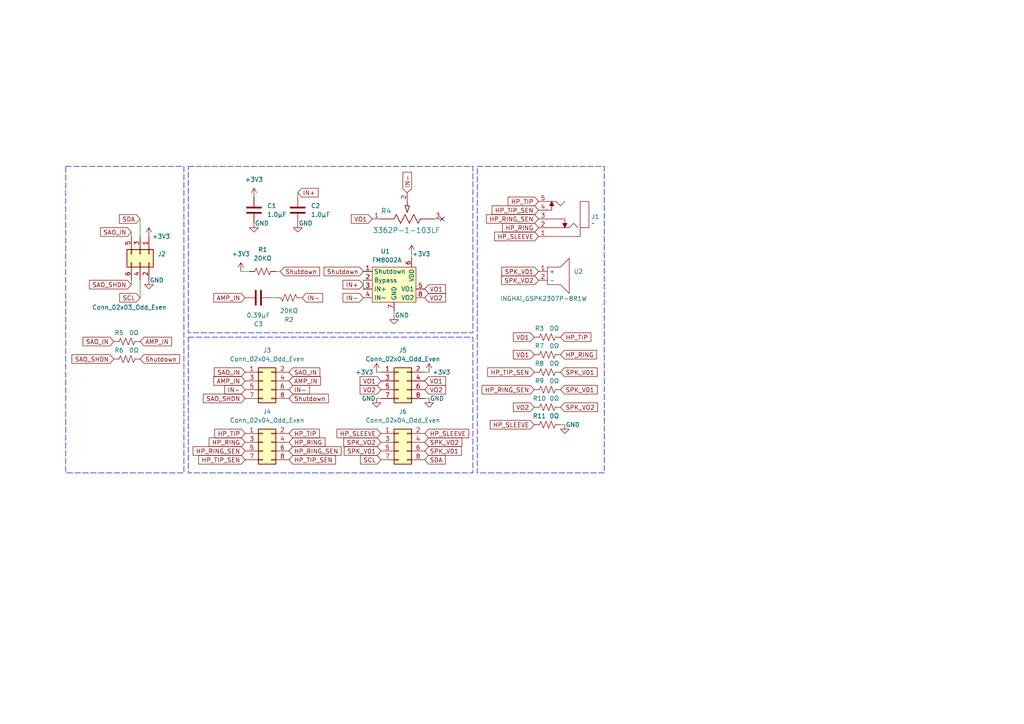
<source format=kicad_sch>
(kicad_sch (version 20231120) (generator "eeschema") (generator_version "8.0")
  (paper "A4")
  (lib_symbols
    (symbol "Swadge_Parts:+3V3" (power) (pin_names (offset 0))
      (property "Value" "+3V3" (at 0 3.556 0))
      (symbol "+3V3_0_1"
        (polyline (pts (xy -0.762 1.27) (xy 0 2.54)))
        (polyline (pts (xy 0 0) (xy 0 2.54)))
        (polyline (pts (xy 0 2.54) (xy 0.762 1.27)))
      )
      (symbol "+3V3_1_1"
        (pin power_in line (at 0 0 90) (length 0) hide (name "+3V3") (number "1"))
      )
    )
    (symbol "Swadge_Parts:3362P-1-103LF" (pin_names (offset 0.254))
      (property "Reference" "R" (at 10.795 -3.175 0))
      (property "Value" "3362P-1-103LF" (at 10.795 -6.35 0))
      (symbol "3362P-1-103LF_1_1"
        (polyline (pts (xy 2.54 0) (xy 6.35 0)) (stroke (width 0.2032)))
        (polyline (pts (xy 6.35 0) (xy 6.985 1.27)) (stroke (width 0.2032)))
        (polyline (pts (xy 6.985 1.27) (xy 8.255 -1.27)) (stroke (width 0.2032)))
        (polyline (pts (xy 8.255 -1.27) (xy 9.525 1.27)) (stroke (width 0.2032)))
        (polyline (pts (xy 9.525 1.27) (xy 10.795 -1.27)) (stroke (width 0.2032)))
        (polyline (pts (xy 9.525 3.81) (xy 10.16 1.905)) (stroke (width 0.2032)))
        (polyline (pts (xy 9.525 3.81) (xy 10.795 3.81)) (stroke (width 0.2032)))
        (polyline (pts (xy 10.16 3.81) (xy 10.16 5.08)) (stroke (width 0.2032)))
        (polyline (pts (xy 10.795 -1.27) (xy 12.065 1.27)) (stroke (width 0.2032)))
        (polyline (pts (xy 10.795 3.81) (xy 10.16 1.905)) (stroke (width 0.2032)))
        (polyline (pts (xy 12.065 1.27) (xy 13.335 -1.27)) (stroke (width 0.2032)))
        (polyline (pts (xy 13.335 -1.27) (xy 13.97 0)) (stroke (width 0.2032)))
        (polyline (pts (xy 13.97 0) (xy 17.78 0)) (stroke (width 0.2032)))
        (pin input line (at 0 0 0) (length 2.54) (name "") (number "1"))
        (pin input line (at 10.16 7.62 270) (length 2.54) (name "") (number "2"))
        (pin input line (at 20.32 0 180) (length 2.54) (name "") (number "3"))
      )
      (symbol "3362P-1-103LF_1_2"
        (polyline (pts (xy -3.81 -10.795) (xy -3.81 -9.525)) (stroke (width 0.2032)))
        (polyline (pts (xy -3.81 -10.795) (xy -1.905 -10.16)) (stroke (width 0.2032)))
        (polyline (pts (xy -3.81 -10.16) (xy -5.08 -10.16)) (stroke (width 0.2032)))
        (polyline (pts (xy -3.81 -9.525) (xy -1.905 -10.16)) (stroke (width 0.2032)))
        (polyline (pts (xy -1.27 -13.335) (xy 1.27 -12.065)) (stroke (width 0.2032)))
        (polyline (pts (xy -1.27 -10.795) (xy 1.27 -9.525)) (stroke (width 0.2032)))
        (polyline (pts (xy -1.27 -8.255) (xy 1.27 -6.985)) (stroke (width 0.2032)))
        (polyline (pts (xy 0 -17.78) (xy 0 -13.97)) (stroke (width 0.2032)))
        (polyline (pts (xy 0 -13.97) (xy -1.27 -13.335)) (stroke (width 0.2032)))
        (polyline (pts (xy 0 -6.35) (xy 0 -2.54)) (stroke (width 0.2032)))
        (polyline (pts (xy 1.27 -12.065) (xy -1.27 -10.795)) (stroke (width 0.2032)))
        (polyline (pts (xy 1.27 -9.525) (xy -1.27 -8.255)) (stroke (width 0.2032)))
        (polyline (pts (xy 1.27 -6.985) (xy 0 -6.35)) (stroke (width 0.2032)))
        (pin unspecified line (at 0 0 270) (length 2.54) (name "1") (number "1"))
        (pin unspecified line (at -7.62 -10.16 0) (length 2.54) (name "2") (number "2"))
        (pin unspecified line (at 0 -20.32 90) (length 2.54) (name "3") (number "3"))
      )
    )
    (symbol "Swadge_Parts:C" (pin_numbers hide) (pin_names (offset 0.254))
      (property "Reference" "C" (at 0.635 2.54 0))
      (property "Value" "C" (at 0.635 -2.54 0))
      (symbol "C_0_1"
        (polyline (pts (xy -2.032 -0.762) (xy 2.032 -0.762)) (stroke (width 0.508)))
        (polyline (pts (xy -2.032 0.762) (xy 2.032 0.762)) (stroke (width 0.508)))
      )
      (symbol "C_1_1"
        (pin passive line (at 0 3.81 270) (length 2.794) (name "~") (number "1"))
        (pin passive line (at 0 -3.81 90) (length 2.794) (name "~") (number "2"))
      )
    )
    (symbol "Swadge_Parts:Conn_02x03_Odd_Even" (pin_names (offset 1.016) hide)
      (property "Reference" "J" (at 1.27 5.08 0))
      (property "Value" "Conn_02x03_Odd_Even" (at 1.27 -5.08 0))
      (symbol "Conn_02x03_Odd_Even_1_1"
        (rectangle (start -1.27 -2.413) (end 0 -2.667) (stroke (width 0.1524)))
        (rectangle (start -1.27 0.127) (end 0 -0.127) (stroke (width 0.1524)))
        (rectangle (start -1.27 2.667) (end 0 2.413) (stroke (width 0.1524)))
        (rectangle (start -1.27 3.81) (end 3.81 -3.81) (stroke (width 0.254)) (fill (type background)))
        (rectangle (start 3.81 -2.413) (end 2.54 -2.667) (stroke (width 0.1524)))
        (rectangle (start 3.81 0.127) (end 2.54 -0.127) (stroke (width 0.1524)))
        (rectangle (start 3.81 2.667) (end 2.54 2.413) (stroke (width 0.1524)))
        (pin passive line (at -5.08 2.54 0) (length 3.81) (name "Pin_1") (number "1"))
        (pin passive line (at 7.62 2.54 180) (length 3.81) (name "Pin_2") (number "2"))
        (pin passive line (at -5.08 0 0) (length 3.81) (name "Pin_3") (number "3"))
        (pin passive line (at 7.62 0 180) (length 3.81) (name "Pin_4") (number "4"))
        (pin passive line (at -5.08 -2.54 0) (length 3.81) (name "Pin_5") (number "5"))
        (pin passive line (at 7.62 -2.54 180) (length 3.81) (name "Pin_6") (number "6"))
      )
    )
    (symbol "Swadge_Parts:Conn_02x04_Odd_Even" (pin_names (offset 1.016) hide)
      (property "Reference" "J" (at 1.27 5.08 0))
      (property "Value" "Conn_02x04_Odd_Even" (at 1.27 -7.62 0))
      (symbol "Conn_02x04_Odd_Even_1_1"
        (rectangle (start -1.27 -4.953) (end 0 -5.207) (stroke (width 0.1524)))
        (rectangle (start -1.27 -2.413) (end 0 -2.667) (stroke (width 0.1524)))
        (rectangle (start -1.27 0.127) (end 0 -0.127) (stroke (width 0.1524)))
        (rectangle (start -1.27 2.667) (end 0 2.413) (stroke (width 0.1524)))
        (rectangle (start -1.27 3.81) (end 3.81 -6.35) (stroke (width 0.254)) (fill (type background)))
        (rectangle (start 3.81 -4.953) (end 2.54 -5.207) (stroke (width 0.1524)))
        (rectangle (start 3.81 -2.413) (end 2.54 -2.667) (stroke (width 0.1524)))
        (rectangle (start 3.81 0.127) (end 2.54 -0.127) (stroke (width 0.1524)))
        (rectangle (start 3.81 2.667) (end 2.54 2.413) (stroke (width 0.1524)))
        (pin passive line (at -5.08 2.54 0) (length 3.81) (name "Pin_1") (number "1"))
        (pin passive line (at 7.62 2.54 180) (length 3.81) (name "Pin_2") (number "2"))
        (pin passive line (at -5.08 0 0) (length 3.81) (name "Pin_3") (number "3"))
        (pin passive line (at 7.62 0 180) (length 3.81) (name "Pin_4") (number "4"))
        (pin passive line (at -5.08 -2.54 0) (length 3.81) (name "Pin_5") (number "5"))
        (pin passive line (at 7.62 -2.54 180) (length 3.81) (name "Pin_6") (number "6"))
        (pin passive line (at -5.08 -5.08 0) (length 3.81) (name "Pin_7") (number "7"))
        (pin passive line (at 7.62 -5.08 180) (length 3.81) (name "Pin_8") (number "8"))
      )
    )
    (symbol "Swadge_Parts:FM8002A"
      (property "Reference" "U" (at 1.016 -6.858 0))
      (property "Value" "FM8002A" (at 4.318 6.35 0))
      (symbol "FM8002A_1_1"
        (rectangle (start 0 5.08) (end 12.7 -5.08) (fill (type background)))
        (pin input line (at -2.54 3.81 0) (length 2.54) (name "Shutdown") (number "1"))
        (pin input line (at -2.54 1.27 0) (length 2.54) (name "Bypass") (number "2"))
        (pin input line (at -2.54 -1.27 0) (length 2.54) (name "IN+") (number "3"))
        (pin input line (at -2.54 -3.81 0) (length 2.54) (name "IN-") (number "4"))
        (pin output line (at 15.24 -1.27 180) (length 2.54) (name "VO1") (number "5"))
        (pin input line (at 11.43 7.62 270) (length 2.54) (name "VDD") (number "6"))
        (pin input line (at 6.35 -7.62 90) (length 2.54) (name "GND") (number "7"))
        (pin output line (at 15.24 -3.81 180) (length 2.54) (name "VO2") (number "8"))
      )
    )
    (symbol "Swadge_Parts:GND" (power) (pin_names (offset 0))
      (property "Value" "GND" (at 0 -3.81 0))
      (symbol "GND_0_1"
        (polyline (pts (xy 0 0) (xy 0 -1.27) (xy 1.27 -1.27) (xy 0 -2.54) (xy -1.27 -1.27) (xy 0 -1.27)))
      )
      (symbol "GND_1_1"
        (pin power_in line (at 0 0 270) (length 0) hide (name "GND") (number "1"))
      )
    )
    (symbol "Swadge_Parts:INGHAi_GSPK2307P-8R1W"
      (property "Reference" "U" (at 1.27 3.81 0))
      (property "Value" "INGHAi_GSPK2307P-8R1W" (at 0 -6.35 0))
      (symbol "INGHAi_GSPK2307P-8R1W_0_1"
        (polyline (pts (xy 3.81 2.54) (xy 0 2.54)))
        (polyline (pts (xy 0 2.54) (xy 0 -2.54) (xy 3.81 -2.54) (xy 6.35 -5.08) (xy 6.35 5.08) (xy 3.81 2.54)))
      )
      (symbol "INGHAi_GSPK2307P-8R1W_1_1"
        (pin input line (at -2.54 1.27 0) (length 2.54) (name "+") (number "1"))
        (pin input line (at -2.54 -1.27 0) (length 2.54) (name "-") (number "2"))
      )
    )
    (symbol "Swadge_Parts:PJ-307C"
      (property "Reference" "J" (at -8.89 7.62 0))
      (symbol "PJ-307C_1_1"
        (polyline (pts (xy -1.27 -5.08) (xy -1.27 -2.54) (xy 0.635 -2.54)))
        (polyline (pts (xy 0 0) (xy -5.08 0) (xy -5.08 1.905)))
        (polyline (pts (xy -5.08 2.54) (xy -5.715 1.27) (xy -4.445 1.27) (xy -5.08 2.54)) (fill (type outline)))
        (polyline (pts (xy -1.27 -5.08) (xy -0.635 -3.81) (xy -1.905 -3.81) (xy -1.27 -5.08)) (fill (type outline)))
        (polyline (pts (xy 0 -5.08) (xy -2.54 -5.08) (xy -3.81 -3.81) (xy -5.08 -5.08)))
        (polyline (pts (xy 0 2.54) (xy -6.35 2.54) (xy -7.62 1.27) (xy -8.89 2.54)))
        (polyline (pts (xy 0 5.08) (xy -9.525 5.08) (xy -9.525 -5.08) (xy -12.065 -5.08) (xy -12.065 2.54) (xy -9.525 2.54)))
        (pin input line (at 2.54 5.08 180) (length 2.54) (name "") (number "1"))
        (pin input line (at 2.54 2.54 180) (length 2.54) (name "") (number "2"))
        (pin input line (at 2.54 0 180) (length 2.54) (name "") (number "3"))
        (pin input line (at 2.54 -2.54 180) (length 2.54) (name "") (number "4"))
        (pin input line (at 2.54 -5.08 180) (length 2.54) (name "") (number "5"))
      )
    )
    (symbol "Swadge_Parts:R_US" (pin_numbers hide) (pin_names (offset 0))
      (property "Reference" "R" (at 2.54 0 90))
      (property "Value" "R_US" (at -2.54 0 90))
      (symbol "R_US_0_1"
        (polyline (pts (xy 0 -2.286) (xy 0 -2.54)))
        (polyline (pts (xy 0 2.286) (xy 0 2.54)))
        (polyline (pts (xy 0 -0.762) (xy 1.016 -1.143) (xy 0 -1.524) (xy -1.016 -1.905) (xy 0 -2.286)))
        (polyline (pts (xy 0 0.762) (xy 1.016 0.381) (xy 0 0) (xy -1.016 -0.381) (xy 0 -0.762)))
        (polyline (pts (xy 0 2.286) (xy 1.016 1.905) (xy 0 1.524) (xy -1.016 1.143) (xy 0 0.762)))
      )
      (symbol "R_US_1_1"
        (pin passive line (at 0 3.81 270) (length 1.27) (name "~") (number "1"))
        (pin passive line (at 0 -3.81 90) (length 1.27) (name "~") (number "2"))
      )
    )
  )
  (no_connect (at 128.27 63.5))
  (wire (pts (xy 123.19 115.57) (xy 124.46 115.57)))
  (wire (pts (xy 86.36 55.88) (xy 86.36 57.15)))
  (wire (pts (xy 109.22 107.95) (xy 110.49 107.95)))
  (wire (pts (xy 80.01 78.74) (xy 81.28 78.74)))
  (wire (pts (xy 109.22 115.57) (xy 110.49 115.57)))
  (wire (pts (xy 123.19 107.95) (xy 124.46 107.95)))
  (wire (pts (xy 114.3 91.44) (xy 114.3 90.17)))
  (wire (pts (xy 38.1 67.31) (xy 38.1 68.58)))
  (wire (pts (xy 119.38 73.66) (xy 119.38 74.93)))
  (wire (pts (xy 40.64 63.5) (xy 40.64 68.58)))
  (wire (pts (xy 69.85 78.74) (xy 72.39 78.74)))
  (wire (pts (xy 105.41 81.28) (xy 105.41 83.82)))
  (wire (pts (xy 40.64 86.36) (xy 40.64 81.28)))
  (wire (pts (xy 78.74 86.36) (xy 80.01 86.36)))
  (wire (pts (xy 163.83 123.19) (xy 162.56 123.19)))
  (wire (pts (xy 38.1 82.55) (xy 38.1 81.28)))
  (rectangle (start 54.61 48.26) (end 137.16 96.52) (stroke (width 0) (type dash)))
  (rectangle (start 138.43 48.26) (end 175.26 137.16) (stroke (width 0) (type dash)))
  (rectangle (start 54.61 97.79) (end 137.16 137.16) (stroke (width 0) (type dash)))
  (rectangle (start 19.05 48.26) (end 53.34 137.16) (stroke (width 0) (type dash)))
  (global_label "VO1" (shape input) (at 123.19 83.82 0) (property "Intersheetrefs" "${INTERSHEET_REFS}" (effects (hide yes))))
  (global_label "SDA" (shape input) (at 123.19 133.35 0) (property "Intersheetrefs" "${INTERSHEET_REFS}" (effects (hide yes))))
  (global_label "HP_TIP" (shape input) (at 162.56 97.79 0) (property "Intersheetrefs" "${INTERSHEET_REFS}" (effects (hide yes))))
  (global_label "HP_TIP_SEN" (shape input) (at 154.94 107.95 180) (property "Intersheetrefs" "${INTERSHEET_REFS}" (effects (hide yes))))
  (global_label "SPK_VO2" (shape input) (at 162.56 118.11 0) (property "Intersheetrefs" "${INTERSHEET_REFS}" (effects (hide yes))))
  (global_label "SPK_VO2" (shape input) (at 123.19 128.27 0) (property "Intersheetrefs" "${INTERSHEET_REFS}" (effects (hide yes))))
  (global_label "IN-" (shape input) (at 83.82 113.03 0) (property "Intersheetrefs" "${INTERSHEET_REFS}" (effects (hide yes))))
  (global_label "HP_RING" (shape input) (at 162.56 102.87 0) (property "Intersheetrefs" "${INTERSHEET_REFS}" (effects (hide yes))))
  (global_label "IN-" (shape input) (at 105.41 86.36 180) (property "Intersheetrefs" "${INTERSHEET_REFS}" (effects (hide yes))))
  (global_label "VO1" (shape input) (at 154.94 97.79 180) (property "Intersheetrefs" "${INTERSHEET_REFS}" (effects (hide yes))))
  (global_label "SAO_SHDN" (shape input) (at 71.12 115.57 180) (property "Intersheetrefs" "${INTERSHEET_REFS}" (effects (hide yes))))
  (global_label "SAO_IN" (shape input) (at 38.1 67.31 180) (property "Intersheetrefs" "${INTERSHEET_REFS}" (effects (hide yes))))
  (global_label "SPK_VO2" (shape input) (at 110.49 128.27 180) (property "Intersheetrefs" "${INTERSHEET_REFS}" (effects (hide yes))))
  (global_label "HP_TIP" (shape input) (at 71.12 125.73 180) (property "Intersheetrefs" "${INTERSHEET_REFS}" (effects (hide yes))))
  (global_label "VO1" (shape input) (at 123.19 110.49 0) (property "Intersheetrefs" "${INTERSHEET_REFS}" (effects (hide yes))))
  (global_label "HP_RING" (shape input) (at 83.82 128.27 0) (property "Intersheetrefs" "${INTERSHEET_REFS}" (effects (hide yes))))
  (global_label "VO2" (shape input) (at 123.19 86.36 0) (property "Intersheetrefs" "${INTERSHEET_REFS}" (effects (hide yes))))
  (global_label "IN-" (shape input) (at 118.11 55.88 90) (property "Intersheetrefs" "${INTERSHEET_REFS}" (effects (hide yes))))
  (global_label "SPK_V01" (shape input) (at 162.56 113.03 0) (property "Intersheetrefs" "${INTERSHEET_REFS}" (effects (hide yes))))
  (global_label "Shutdown" (shape input) (at 83.82 115.57 0) (property "Intersheetrefs" "${INTERSHEET_REFS}" (effects (hide yes))))
  (global_label "SPK_VO2" (shape input) (at 156.21 81.28 180) (property "Intersheetrefs" "${INTERSHEET_REFS}" (effects (hide yes))))
  (global_label "SCL" (shape input) (at 40.64 86.36 180) (property "Intersheetrefs" "${INTERSHEET_REFS}" (effects (hide yes))))
  (global_label "Shutdown" (shape input) (at 40.64 104.14 0) (property "Intersheetrefs" "${INTERSHEET_REFS}" (effects (hide yes))))
  (global_label "AMP_IN" (shape input) (at 40.64 99.06 0) (property "Intersheetrefs" "${INTERSHEET_REFS}" (effects (hide yes))))
  (global_label "VO1" (shape input) (at 154.94 102.87 180) (property "Intersheetrefs" "${INTERSHEET_REFS}" (effects (hide yes))))
  (global_label "HP_RING_SEN" (shape input) (at 154.94 113.03 180) (property "Intersheetrefs" "${INTERSHEET_REFS}" (effects (hide yes))))
  (global_label "IN+" (shape input) (at 86.36 55.88 0) (property "Intersheetrefs" "${INTERSHEET_REFS}" (effects (hide yes))))
  (global_label "HP_SLEEVE" (shape input) (at 123.19 125.73 0) (property "Intersheetrefs" "${INTERSHEET_REFS}" (effects (hide yes))))
  (global_label "AMP_IN" (shape input) (at 83.82 110.49 0) (property "Intersheetrefs" "${INTERSHEET_REFS}" (effects (hide yes))))
  (global_label "Shutdown" (shape input) (at 81.28 78.74 0) (property "Intersheetrefs" "${INTERSHEET_REFS}" (effects (hide yes))))
  (global_label "HP_SLEEVE" (shape input) (at 154.94 123.19 180) (property "Intersheetrefs" "${INTERSHEET_REFS}" (effects (hide yes))))
  (global_label "SAO_IN" (shape input) (at 33.02 99.06 180) (property "Intersheetrefs" "${INTERSHEET_REFS}" (effects (hide yes))))
  (global_label "SCL" (shape input) (at 110.49 133.35 180) (property "Intersheetrefs" "${INTERSHEET_REFS}" (effects (hide yes))))
  (global_label "VO1" (shape input) (at 110.49 110.49 180) (property "Intersheetrefs" "${INTERSHEET_REFS}" (effects (hide yes))))
  (global_label "HP_SLEEVE" (shape input) (at 110.49 125.73 180) (property "Intersheetrefs" "${INTERSHEET_REFS}" (effects (hide yes))))
  (global_label "IN-" (shape input) (at 71.12 113.03 180) (property "Intersheetrefs" "${INTERSHEET_REFS}" (effects (hide yes))))
  (global_label "SPK_V01" (shape input) (at 110.49 130.81 180) (property "Intersheetrefs" "${INTERSHEET_REFS}" (effects (hide yes))))
  (global_label "SDA" (shape input) (at 40.64 63.5 180) (property "Intersheetrefs" "${INTERSHEET_REFS}" (effects (hide yes))))
  (global_label "HP_RING_SEN" (shape input) (at 156.21 63.5 180) (property "Intersheetrefs" "${INTERSHEET_REFS}" (effects (hide yes))))
  (global_label "HP_SLEEVE" (shape input) (at 156.21 68.58 180) (property "Intersheetrefs" "${INTERSHEET_REFS}" (effects (hide yes))))
  (global_label "HP_RING_SEN" (shape input) (at 71.12 130.81 180) (property "Intersheetrefs" "${INTERSHEET_REFS}" (effects (hide yes))))
  (global_label "SPK_V01" (shape input) (at 156.21 78.74 180) (property "Intersheetrefs" "${INTERSHEET_REFS}" (effects (hide yes))))
  (global_label "HP_RING_SEN" (shape input) (at 83.82 130.81 0) (property "Intersheetrefs" "${INTERSHEET_REFS}" (effects (hide yes))))
  (global_label "VO2" (shape input) (at 110.49 113.03 180) (property "Intersheetrefs" "${INTERSHEET_REFS}" (effects (hide yes))))
  (global_label "AMP_IN" (shape input) (at 71.12 86.36 180) (property "Intersheetrefs" "${INTERSHEET_REFS}" (effects (hide yes))))
  (global_label "SAO_SHDN" (shape input) (at 33.02 104.14 180) (property "Intersheetrefs" "${INTERSHEET_REFS}" (effects (hide yes))))
  (global_label "HP_TIP" (shape input) (at 156.21 58.42 180) (property "Intersheetrefs" "${INTERSHEET_REFS}" (effects (hide yes))))
  (global_label "HP_RING" (shape input) (at 156.21 66.04 180) (property "Intersheetrefs" "${INTERSHEET_REFS}" (effects (hide yes))))
  (global_label "SAO_IN" (shape input) (at 71.12 107.95 180) (property "Intersheetrefs" "${INTERSHEET_REFS}" (effects (hide yes))))
  (global_label "VO2" (shape input) (at 154.94 118.11 180) (property "Intersheetrefs" "${INTERSHEET_REFS}" (effects (hide yes))))
  (global_label "SPK_V01" (shape input) (at 123.19 130.81 0) (property "Intersheetrefs" "${INTERSHEET_REFS}" (effects (hide yes))))
  (global_label "VO1" (shape input) (at 107.95 63.5 180) (property "Intersheetrefs" "${INTERSHEET_REFS}" (effects (hide yes))))
  (global_label "SPK_V01" (shape input) (at 162.56 107.95 0) (property "Intersheetrefs" "${INTERSHEET_REFS}" (effects (hide yes))))
  (global_label "VO2" (shape input) (at 123.19 113.03 0) (property "Intersheetrefs" "${INTERSHEET_REFS}" (effects (hide yes))))
  (global_label "HP_TIP_SEN" (shape input) (at 71.12 133.35 180) (property "Intersheetrefs" "${INTERSHEET_REFS}" (effects (hide yes))))
  (global_label "Shutdown" (shape input) (at 105.41 78.74 180) (property "Intersheetrefs" "${INTERSHEET_REFS}" (effects (hide yes))))
  (global_label "HP_TIP_SEN" (shape input) (at 83.82 133.35 0) (property "Intersheetrefs" "${INTERSHEET_REFS}" (effects (hide yes))))
  (global_label "SAO_IN" (shape input) (at 83.82 107.95 0) (property "Intersheetrefs" "${INTERSHEET_REFS}" (effects (hide yes))))
  (global_label "IN+" (shape input) (at 105.41 82.55 180) (property "Intersheetrefs" "${INTERSHEET_REFS}" (effects (hide yes))))
  (global_label "HP_RING" (shape input) (at 71.12 128.27 180) (property "Intersheetrefs" "${INTERSHEET_REFS}" (effects (hide yes))))
  (global_label "HP_TIP_SEN" (shape input) (at 156.21 60.96 180) (property "Intersheetrefs" "${INTERSHEET_REFS}" (effects (hide yes))))
  (global_label "SAO_SHDN" (shape input) (at 38.1 82.55 180) (property "Intersheetrefs" "${INTERSHEET_REFS}" (effects (hide yes))))
  (global_label "IN-" (shape input) (at 87.63 86.36 0) (property "Intersheetrefs" "${INTERSHEET_REFS}" (effects (hide yes))))
  (global_label "AMP_IN" (shape input) (at 71.12 110.49 180) (property "Intersheetrefs" "${INTERSHEET_REFS}" (effects (hide yes))))
  (global_label "HP_TIP" (shape input) (at 83.82 125.73 0) (property "Intersheetrefs" "${INTERSHEET_REFS}" (effects (hide yes))))
  (symbol (lib_id "Swadge_Parts:PJ-307C") (at 158.75 63.5 180) (unit 1)
    (property "Reference" "J1" (at 171.45 62.8649 0) (effects (justify right)))
    (property "Value" "~" (at 171.45 64.77 0) (effects (justify right)))
    (property "Footprint" "Swadge_Parts:PJ-307C" (effects (hide yes)))
    (property "Datasheet" "https://datasheet.lcsc.com/lcsc/1811040611_BOOMELE-Boom-Precision-Elec-PJ-307C_C16684.pdf" (effects (hide yes)))
    (property "Description" "Headphone Jack" (effects (hide yes)))
    (property "LCSC" "C16684" (effects (hide yes)))
    (property "Cost@2.5k" "0.0275" (effects (hide yes)))
    (property "Devel" "1" (effects (hide yes)))
  )
  (symbol (lib_id "Swadge_Parts:FM8002A") (at 107.95 82.55 0) (unit 1)
    (property "Reference" "U1" (at 110.3981 72.898 0) (effects (justify left)))
    (property "Value" "FM8002A" (at 107.8581 75.438 0) (effects (justify left)))
    (property "Footprint" "Swadge_Parts:SOP-8_3.9x4.9mm_P1.27mm" (effects (hide yes)))
    (property "Datasheet" "https://www.lcsc.com/datasheet/lcsc_datasheet_2202252130_Shenzhen-Fuman-Elec-FM8002A_C94625.pdf" (effects (hide yes)))
    (property "Description" "Mono Audio Amplifier" (effects (hide yes)))
    (property "LCSC" "C94625" (effects (hide yes)))
    (property "Cost@2.5k" "0.0258" (effects (hide yes)))
    (property "Devel" "1" (effects (hide yes)))
  )
  (symbol (lib_id "Swadge_Parts:Conn_02x03_Odd_Even") (at 40.64 73.66 270) (unit 1)
    (property "Reference" "J2" (at 45.72 73.6599 90) (effects (justify left)))
    (property "Value" "Conn_02x03_Odd_Even" (at 26.67 89.1539 90) (effects (justify left)))
    (property "Footprint" "Swadge_Parts:PinHeader_2x03_P2.54mm_Vertical" (effects (hide yes)))
    (property "Datasheet" "https://www.lcsc.com/datasheet/lcsc_datasheet_2311221544_Megastar-ZX-PZ2-54-2-3PZZ_C7501274.pdf" (effects (hide yes)))
    (property "Description" "Generic connector, double row, 02x03" (effects (hide yes)))
    (property "Digikey" "SFH11-PBPC-D03-ST-BK-ND" (effects (hide yes)))
    (property "LCSC" "C7501274" (effects (hide yes)))
    (property "Cost100" "0.0109" (effects (hide yes)))
    (property "Substitutable" "Y" (effects (hide yes)))
    (property "Cost@2.5k" "0.0226" (effects (hide yes)))
    (property "Devel" "0" (effects (hide yes)))
  )
  (symbol (lib_id "Swadge_Parts:R_US") (at 158.75 102.87 270) (unit 1)
    (property "Reference" "R7" (at 156.464 100.33 90))
    (property "Value" "0Ω" (at 160.782 100.33 90))
    (property "Footprint" "Swadge_Parts:R_0603_1608Metric" (effects (hide yes)))
    (property "Datasheet" "https://www.lcsc.com/datasheet/lcsc_datasheet_2308241947_FOJAN-FRC0603P000-TS_C2907080.pdf" (effects (hide yes)))
    (property "Description" "Resistor US symbol" (effects (hide yes)))
    (property "Cost100" "10" (effects (hide yes)))
    (property "Substitutable" "Y" (effects (hide yes)))
    (property "Cost@2.5k" "0.0006" (effects (hide yes)))
    (property "LCSC" "C2907080" (effects (hide yes)))
    (property "Devel" "0" (effects (hide yes)))
  )
  (symbol (lib_id "Swadge_Parts:C") (at 74.93 86.36 90) (mirror x) (unit 1)
    (property "Reference" "C3" (at 74.93 93.98 90))
    (property "Value" "0.39µF" (at 74.93 91.44 90))
    (property "Footprint" "Swadge_Parts:C_0603_1608Metric" (effects (hide yes)))
    (property "Datasheet" "https://www.lcsc.com/datasheet/lcsc_datasheet_2304140030_CCTC-TCC0603X7R394K500CT_C376833.pdf" (effects (hide yes)))
    (property "Description" "Unpolarized capacitor" (effects (hide yes)))
    (property "Cost100" "10" (effects (hide yes)))
    (property "Substitutable" "Y" (effects (hide yes)))
    (property "Cost@2.5k" "0.0066" (effects (hide yes)))
    (property "LCSC" "C376833" (effects (hide yes)))
    (property "Devel" "1" (effects (hide yes)))
  )
  (symbol (lib_id "Swadge_Parts:Conn_02x04_Odd_Even") (at 115.57 128.27 0) (unit 1)
    (property "Reference" "J6" (at 116.84 119.38 0))
    (property "Value" "Conn_02x04_Odd_Even" (at 116.84 121.92 0))
    (property "Footprint" "Swadge_Parts:PinHeader_2x04_P2.54mm_Vertical" (effects (hide yes)))
    (property "Datasheet" "https://www.lcsc.com/datasheet/lcsc_datasheet_2003191006_XFCN-PZ254V-12-8P_C492421.pdf" (effects (hide yes)))
    (property "Description" "Generic connector, double row, 02x04, odd/even pin numbering scheme (row 1 odd numbers, row 2 even numbers), script generated (kicad-library-utils/schlib/autogen/connector/)" (effects (hide yes)))
    (property "Cost@2.5k" "0.0256" (effects (hide yes)))
    (property "LCSC" "C492421" (effects (hide yes)))
    (property "Devel" "0" (effects (hide yes)))
  )
  (symbol (lib_id "Swadge_Parts:R_US") (at 36.83 104.14 270) (unit 1)
    (property "Reference" "R6" (at 34.544 101.6 90))
    (property "Value" "0Ω" (at 38.862 101.6 90))
    (property "Footprint" "Swadge_Parts:R_0603_1608Metric" (effects (hide yes)))
    (property "Datasheet" "https://www.lcsc.com/datasheet/lcsc_datasheet_2308241947_FOJAN-FRC0603P000-TS_C2907080.pdf" (effects (hide yes)))
    (property "Description" "Resistor US symbol" (effects (hide yes)))
    (property "Cost100" "10" (effects (hide yes)))
    (property "Substitutable" "Y" (effects (hide yes)))
    (property "Cost@2.5k" "0.0006" (effects (hide yes)))
    (property "LCSC" "C2907080" (effects (hide yes)))
    (property "Devel" "0" (effects (hide yes)))
  )
  (symbol (lib_id "Swadge_Parts:R_US") (at 158.75 97.79 270) (unit 1)
    (property "Reference" "R3" (at 156.464 95.25 90))
    (property "Value" "0Ω" (at 160.782 95.25 90))
    (property "Footprint" "Swadge_Parts:R_0603_1608Metric" (effects (hide yes)))
    (property "Datasheet" "https://www.lcsc.com/datasheet/lcsc_datasheet_2308241947_FOJAN-FRC0603P000-TS_C2907080.pdf" (effects (hide yes)))
    (property "Description" "Resistor US symbol" (effects (hide yes)))
    (property "Cost100" "10" (effects (hide yes)))
    (property "Substitutable" "Y" (effects (hide yes)))
    (property "Cost@2.5k" "0.0006" (effects (hide yes)))
    (property "LCSC" "C2907080" (effects (hide yes)))
    (property "Devel" "0" (effects (hide yes)))
  )
  (symbol (lib_id "Swadge_Parts:GND") (at 109.22 115.57 0) (mirror y) (unit 1)
    (property "Reference" "#PWR06" (effects (hide yes)))
    (property "Value" "GND" (at 106.934 115.57 0))
    (property "Description" "Power symbol creates a global label with name \"GND\" , ground" (effects (hide yes)))
  )
  (symbol (lib_id "Swadge_Parts:R_US") (at 76.2 78.74 270) (unit 1)
    (property "Reference" "R1" (at 76.2 72.39 90))
    (property "Value" "20KΩ" (at 76.2 74.93 90))
    (property "Footprint" "Swadge_Parts:R_0603_1608Metric" (effects (hide yes)))
    (property "Datasheet" "https://www.lcsc.com/datasheet/lcsc_datasheet_2304140030_Viking-Tech-ARG03DTC2002_C311888.pdf" (effects (hide yes)))
    (property "Description" "Resistor US symbol" (effects (hide yes)))
    (property "Cost100" "10" (effects (hide yes)))
    (property "Substitutable" "Y" (effects (hide yes)))
    (property "Cost@2.5k" "0.0056" (effects (hide yes)))
    (property "LCSC" "C311888" (effects (hide yes)))
    (property "Devel" "1" (effects (hide yes)))
  )
  (symbol (lib_id "Swadge_Parts:GND") (at 86.36 64.77 0) (unit 1)
    (property "Reference" "#PWR05" (effects (hide yes)))
    (property "Value" "GND" (at 88.646 64.77 0))
    (property "Description" "Power symbol creates a global label with name \"GND\" , ground" (effects (hide yes)))
  )
  (symbol (lib_id "Swadge_Parts:Conn_02x04_Odd_Even") (at 115.57 110.49 0) (unit 1)
    (property "Reference" "J5" (at 116.84 101.6 0))
    (property "Value" "Conn_02x04_Odd_Even" (at 116.84 104.14 0))
    (property "Footprint" "Swadge_Parts:PinHeader_2x04_P2.54mm_Vertical" (effects (hide yes)))
    (property "Datasheet" "https://www.lcsc.com/datasheet/lcsc_datasheet_2003191006_XFCN-PZ254V-12-8P_C492421.pdf" (effects (hide yes)))
    (property "Description" "Generic connector, double row, 02x04, odd/even pin numbering scheme (row 1 odd numbers, row 2 even numbers), script generated (kicad-library-utils/schlib/autogen/connector/)" (effects (hide yes)))
    (property "Cost@2.5k" "0.0256" (effects (hide yes)))
    (property "LCSC" "C492421" (effects (hide yes)))
    (property "Devel" "0" (effects (hide yes)))
  )
  (symbol (lib_id "Swadge_Parts:3362P-1-103LF") (at 107.95 63.5 0) (unit 1)
    (property "Reference" "R4" (at 112.014 61.214 0) (effects (font (size 1.524 1.524))))
    (property "Value" "3362P-1-103LF" (at 117.856 66.802 0) (effects (font (size 1.524 1.524))))
    (property "Footprint" "Swadge_Parts:POT_3362P" (effects (hide yes)))
    (property "Datasheet" "https://www.bourns.com/docs/Product-Datasheets/3362.pdf" (effects (hide yes)))
    (property "Description" "Trim Pot" (effects (hide yes)))
    (property "LCSC" "C118933" (effects (hide yes)))
    (property "Cost@2.5k" "0.0687" (effects (hide yes)))
    (property "Devel" "0" (effects (hide yes)))
  )
  (symbol (lib_id "Swadge_Parts:R_US") (at 158.75 107.95 270) (unit 1)
    (property "Reference" "R8" (at 156.464 105.41 90))
    (property "Value" "0Ω" (at 160.782 105.41 90))
    (property "Footprint" "Swadge_Parts:R_0603_1608Metric" (effects (hide yes)))
    (property "Datasheet" "https://www.lcsc.com/datasheet/lcsc_datasheet_2308241947_FOJAN-FRC0603P000-TS_C2907080.pdf" (effects (hide yes)))
    (property "Description" "Resistor US symbol" (effects (hide yes)))
    (property "Cost100" "10" (effects (hide yes)))
    (property "Substitutable" "Y" (effects (hide yes)))
    (property "Cost@2.5k" "0.0006" (effects (hide yes)))
    (property "LCSC" "C2907080" (effects (hide yes)))
    (property "Devel" "0" (effects (hide yes)))
  )
  (symbol (lib_id "Swadge_Parts:GND") (at 114.3 91.44 0) (unit 1)
    (property "Reference" "#PWR07" (effects (hide yes)))
    (property "Value" "GND" (at 116.586 91.44 0))
    (property "Description" "Power symbol creates a global label with name \"GND\" , ground" (effects (hide yes)))
  )
  (symbol (lib_id "Swadge_Parts:C") (at 73.66 60.96 0) (unit 1)
    (property "Reference" "C1" (at 77.47 59.6899 0) (effects (justify left)))
    (property "Value" "1.0µF" (at 77.47 62.2299 0) (effects (justify left)))
    (property "Footprint" "Swadge_Parts:C_0603_1608Metric" (effects (hide yes)))
    (property "Datasheet" "https://www.lcsc.com/datasheet/lcsc_datasheet_2005181835_YAGEO-CC0603JRX7R7BB105_C519560.pdf" (effects (hide yes)))
    (property "Description" "Unpolarized capacitor" (effects (hide yes)))
    (property "Cost100" "10" (effects (hide yes)))
    (property "Substitutable" "Y" (effects (hide yes)))
    (property "Cost@2.5k" "0.0093" (effects (hide yes)))
    (property "LCSC" "C519560" (effects (hide yes)))
    (property "Devel" "1" (effects (hide yes)))
  )
  (symbol (lib_id "Swadge_Parts:GND") (at 124.46 115.57 0) (unit 1)
    (property "Reference" "#PWR012" (effects (hide yes)))
    (property "Value" "GND" (at 126.746 115.57 0))
    (property "Description" "Power symbol creates a global label with name \"GND\" , ground" (effects (hide yes)))
  )
  (symbol (lib_id "Swadge_Parts:Conn_02x04_Odd_Even") (at 76.2 110.49 0) (unit 1)
    (property "Reference" "J3" (at 77.47 101.6 0))
    (property "Value" "Conn_02x04_Odd_Even" (at 77.47 104.14 0))
    (property "Footprint" "Swadge_Parts:PinHeader_2x04_P2.54mm_Vertical" (effects (hide yes)))
    (property "Datasheet" "https://www.lcsc.com/datasheet/lcsc_datasheet_2003191006_XFCN-PZ254V-12-8P_C492421.pdf" (effects (hide yes)))
    (property "Description" "Generic connector, double row, 02x04, odd/even pin numbering scheme (row 1 odd numbers, row 2 even numbers), script generated (kicad-library-utils/schlib/autogen/connector/)" (effects (hide yes)))
    (property "Cost@2.5k" "0.0256" (effects (hide yes)))
    (property "LCSC" "C492421" (effects (hide yes)))
    (property "Devel" "0" (effects (hide yes)))
  )
  (symbol (lib_id "Swadge_Parts:C") (at 86.36 60.96 0) (unit 1)
    (property "Reference" "C2" (at 90.17 59.6899 0) (effects (justify left)))
    (property "Value" "1.0µF" (at 90.17 62.2299 0) (effects (justify left)))
    (property "Footprint" "Swadge_Parts:C_0603_1608Metric" (effects (hide yes)))
    (property "Datasheet" "https://www.lcsc.com/datasheet/lcsc_datasheet_2005181835_YAGEO-CC0603JRX7R7BB105_C519560.pdf" (effects (hide yes)))
    (property "Description" "Unpolarized capacitor" (effects (hide yes)))
    (property "Cost100" "10" (effects (hide yes)))
    (property "Substitutable" "Y" (effects (hide yes)))
    (property "Cost@2.5k" "0.0093" (effects (hide yes)))
    (property "LCSC" "C519560" (effects (hide yes)))
    (property "Devel" "1" (effects (hide yes)))
  )
  (symbol (lib_id "Swadge_Parts:INGHAi_GSPK2307P-8R1W") (at 158.75 80.01 0) (unit 1)
    (property "Reference" "U2" (at 166.37 78.7399 0) (effects (justify left)))
    (property "Value" "INGHAi_GSPK2307P-8R1W" (at 145.034 86.6139 0) (effects (justify left)))
    (property "Footprint" "Swadge_Parts:INGHAi GSPK2308P-8R0.5W" (effects (hide yes)))
    (property "Datasheet" "https://www.lcsc.com/datasheet/lcsc_datasheet_2007231713_INGHAi-GSPK2307P-8R1W_C530531.pdf" (effects (hide yes)))
    (property "Description" "Speaker" (effects (hide yes)))
    (property "Digikey" "102-2500-ND" (effects (hide yes)))
    (property "Substitutable" "Y" (effects (hide yes)))
    (property "Cost100" "54" (effects (hide yes)))
    (property "LCSC" "C530531" (effects (hide yes)))
    (property "Cost@2.5k" "0.412" (effects (hide yes)))
    (property "Devel" "1" (effects (hide yes)))
  )
  (symbol (lib_id "Swadge_Parts:Conn_02x04_Odd_Even") (at 76.2 128.27 0) (unit 1)
    (property "Reference" "J4" (at 77.47 119.38 0))
    (property "Value" "Conn_02x04_Odd_Even" (at 77.47 121.92 0))
    (property "Footprint" "Swadge_Parts:PinHeader_2x04_P2.54mm_Vertical" (effects (hide yes)))
    (property "Datasheet" "https://www.lcsc.com/datasheet/lcsc_datasheet_2003191006_XFCN-PZ254V-12-8P_C492421.pdf" (effects (hide yes)))
    (property "Description" "Generic connector, double row, 02x04, odd/even pin numbering scheme (row 1 odd numbers, row 2 even numbers), script generated (kicad-library-utils/schlib/autogen/connector/)" (effects (hide yes)))
    (property "Cost@2.5k" "0.0256" (effects (hide yes)))
    (property "LCSC" "C492421" (effects (hide yes)))
    (property "Devel" "0" (effects (hide yes)))
  )
  (symbol (lib_id "Swadge_Parts:+3V3") (at 73.66 57.15 0) (unit 1)
    (property "Reference" "#PWR08" (effects (hide yes)))
    (property "Value" "+3V3" (at 73.66 52.07 0))
    (property "Description" "Power symbol creates a global label with name \"+3V3\"" (effects (hide yes)))
  )
  (symbol (lib_id "Swadge_Parts:+3V3") (at 124.46 107.95 0) (mirror y) (unit 1)
    (property "Reference" "#PWR010" (effects (hide yes)))
    (property "Value" "+3V3" (at 128.016 107.95 0))
    (property "Description" "Power symbol creates a global label with name \"+3V3\"" (effects (hide yes)))
  )
  (symbol (lib_id "Swadge_Parts:+3V3") (at 119.38 73.66 0) (unit 1)
    (property "Reference" "#PWR03" (effects (hide yes)))
    (property "Value" "+3V3" (at 122.174 73.66 0))
    (property "Description" "Power symbol creates a global label with name \"+3V3\"" (effects (hide yes)))
  )
  (symbol (lib_id "Swadge_Parts:R_US") (at 158.75 123.19 270) (unit 1)
    (property "Reference" "R11" (at 156.464 120.65 90))
    (property "Value" "0Ω" (at 160.782 120.65 90))
    (property "Footprint" "Swadge_Parts:R_0603_1608Metric" (effects (hide yes)))
    (property "Datasheet" "https://www.lcsc.com/datasheet/lcsc_datasheet_2308241947_FOJAN-FRC0603P000-TS_C2907080.pdf" (effects (hide yes)))
    (property "Description" "Resistor US symbol" (effects (hide yes)))
    (property "Cost100" "10" (effects (hide yes)))
    (property "Substitutable" "Y" (effects (hide yes)))
    (property "Cost@2.5k" "0.0006" (effects (hide yes)))
    (property "LCSC" "C2907080" (effects (hide yes)))
    (property "Devel" "0" (effects (hide yes)))
  )
  (symbol (lib_id "Swadge_Parts:R_US") (at 158.75 118.11 270) (unit 1)
    (property "Reference" "R10" (at 156.464 115.57 90))
    (property "Value" "0Ω" (at 160.782 115.57 90))
    (property "Footprint" "Swadge_Parts:R_0603_1608Metric" (effects (hide yes)))
    (property "Datasheet" "https://www.lcsc.com/datasheet/lcsc_datasheet_2308241947_FOJAN-FRC0603P000-TS_C2907080.pdf" (effects (hide yes)))
    (property "Description" "Resistor US symbol" (effects (hide yes)))
    (property "Cost100" "10" (effects (hide yes)))
    (property "Substitutable" "Y" (effects (hide yes)))
    (property "Cost@2.5k" "0.0006" (effects (hide yes)))
    (property "LCSC" "C2907080" (effects (hide yes)))
    (property "Devel" "0" (effects (hide yes)))
  )
  (symbol (lib_id "Swadge_Parts:R_US") (at 158.75 113.03 270) (unit 1)
    (property "Reference" "R9" (at 156.464 110.49 90))
    (property "Value" "0Ω" (at 160.782 110.49 90))
    (property "Footprint" "Swadge_Parts:R_0603_1608Metric" (effects (hide yes)))
    (property "Datasheet" "https://www.lcsc.com/datasheet/lcsc_datasheet_2308241947_FOJAN-FRC0603P000-TS_C2907080.pdf" (effects (hide yes)))
    (property "Description" "Resistor US symbol" (effects (hide yes)))
    (property "Cost100" "10" (effects (hide yes)))
    (property "Substitutable" "Y" (effects (hide yes)))
    (property "Cost@2.5k" "0.0006" (effects (hide yes)))
    (property "LCSC" "C2907080" (effects (hide yes)))
    (property "Devel" "0" (effects (hide yes)))
  )
  (symbol (lib_id "Swadge_Parts:+3V3") (at 43.18 68.58 0) (mirror y) (unit 1)
    (property "Reference" "#PWR014" (effects (hide yes)))
    (property "Value" "+3V3" (at 46.736 68.58 0))
    (property "Description" "Power symbol creates a global label with name \"+3V3\"" (effects (hide yes)))
  )
  (symbol (lib_id "Swadge_Parts:+3V3") (at 69.85 78.74 0) (unit 1)
    (property "Reference" "#PWR01" (effects (hide yes)))
    (property "Value" "+3V3" (at 69.85 73.66 0))
    (property "Description" "Power symbol creates a global label with name \"+3V3\"" (effects (hide yes)))
  )
  (symbol (lib_id "Swadge_Parts:+3V3") (at 109.22 107.95 0) (unit 1)
    (property "Reference" "#PWR011" (effects (hide yes)))
    (property "Value" "+3V3" (at 105.664 107.95 0))
    (property "Description" "Power symbol creates a global label with name \"+3V3\"" (effects (hide yes)))
  )
  (symbol (lib_id "Swadge_Parts:R_US") (at 36.83 99.06 270) (unit 1)
    (property "Reference" "R5" (at 34.544 96.52 90))
    (property "Value" "0Ω" (at 38.862 96.52 90))
    (property "Footprint" "Swadge_Parts:R_0603_1608Metric" (effects (hide yes)))
    (property "Datasheet" "https://www.lcsc.com/datasheet/lcsc_datasheet_2308241947_FOJAN-FRC0603P000-TS_C2907080.pdf" (effects (hide yes)))
    (property "Description" "Resistor US symbol" (effects (hide yes)))
    (property "Cost100" "10" (effects (hide yes)))
    (property "Substitutable" "Y" (effects (hide yes)))
    (property "Cost@2.5k" "0.0006" (effects (hide yes)))
    (property "LCSC" "C2907080" (effects (hide yes)))
    (property "Devel" "0" (effects (hide yes)))
  )
  (symbol (lib_id "Swadge_Parts:GND") (at 43.18 81.28 0) (unit 1)
    (property "Reference" "#PWR04" (effects (hide yes)))
    (property "Value" "GND" (at 45.466 81.28 0))
    (property "Description" "Power symbol creates a global label with name \"GND\" , ground" (effects (hide yes)))
  )
  (symbol (lib_id "Swadge_Parts:GND") (at 163.83 123.19 0) (unit 1)
    (property "Reference" "#PWR013" (effects (hide yes)))
    (property "Value" "GND" (at 166.116 123.19 0))
    (property "Description" "Power symbol creates a global label with name \"GND\" , ground" (effects (hide yes)))
  )
  (symbol (lib_id "Swadge_Parts:GND") (at 73.66 64.77 0) (unit 1)
    (property "Reference" "#PWR09" (effects (hide yes)))
    (property "Value" "GND" (at 75.946 64.77 0))
    (property "Description" "Power symbol creates a global label with name \"GND\" , ground" (effects (hide yes)))
  )
  (symbol (lib_id "Swadge_Parts:R_US") (at 83.82 86.36 90) (mirror x) (unit 1)
    (property "Reference" "R2" (at 83.82 92.71 90))
    (property "Value" "20KΩ" (at 83.82 90.17 90))
    (property "Footprint" "Swadge_Parts:R_0603_1608Metric" (effects (hide yes)))
    (property "Datasheet" "https://www.lcsc.com/datasheet/lcsc_datasheet_2304140030_Viking-Tech-ARG03DTC2002_C311888.pdf" (effects (hide yes)))
    (property "Description" "Resistor US symbol" (effects (hide yes)))
    (property "Cost100" "10" (effects (hide yes)))
    (property "Substitutable" "Y" (effects (hide yes)))
    (property "Cost@2.5k" "0.0056" (effects (hide yes)))
    (property "LCSC" "C311888" (effects (hide yes)))
    (property "Devel" "1" (effects (hide yes)))
  )
)
</source>
